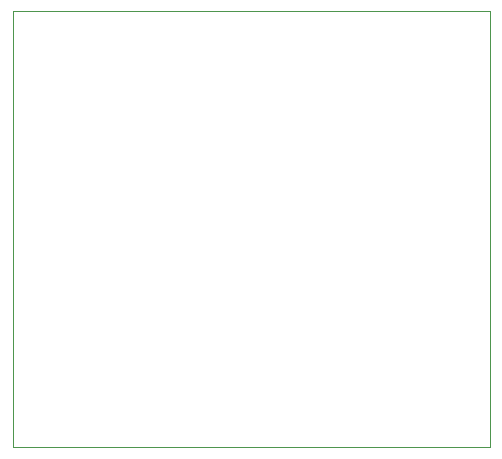
<source format=gbr>
%TF.GenerationSoftware,KiCad,Pcbnew,7.0.9*%
%TF.CreationDate,2023-11-10T13:40:09+01:00*%
%TF.ProjectId,MPX5100DP-SMD-board,4d505835-3130-4304-9450-2d534d442d62,1.1*%
%TF.SameCoordinates,Original*%
%TF.FileFunction,Profile,NP*%
%FSLAX46Y46*%
G04 Gerber Fmt 4.6, Leading zero omitted, Abs format (unit mm)*
G04 Created by KiCad (PCBNEW 7.0.9) date 2023-11-10 13:40:09*
%MOMM*%
%LPD*%
G01*
G04 APERTURE LIST*
%TA.AperFunction,Profile*%
%ADD10C,0.100000*%
%TD*%
G04 APERTURE END LIST*
D10*
X98483994Y-56769000D02*
X58097994Y-56769000D01*
X58097994Y-53848000D01*
X58097994Y-35433000D01*
X58097994Y-19812000D01*
X98483994Y-19812000D01*
X98483994Y-56769000D01*
M02*

</source>
